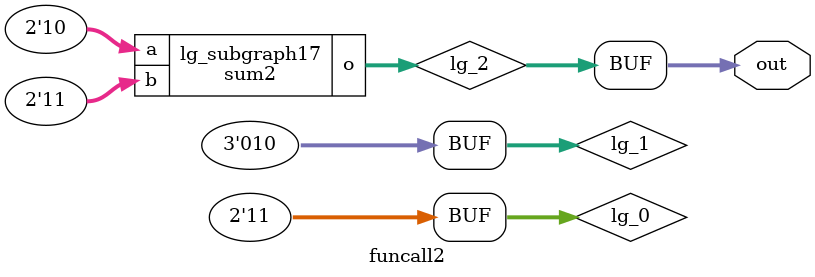
<source format=v>
module sum2 (
  input  [1:0] a,
  input  [1:0] b,
  output [2:0] o
);

assign o = a + b;

endmodule

module funcall2(out);
  wire [1:0] lg_0;
  wire [2:0] lg_1;
  wire [2:0] lg_2;
  output [2:0] out;
  sum2 lg_subgraph17 (
    .a(lg_1),
    .b(lg_0),
    .o(lg_2),
  );

  assign lg_0 = 2'h3;
  assign lg_1 = 2'h2;
  assign out = lg_2;
endmodule

</source>
